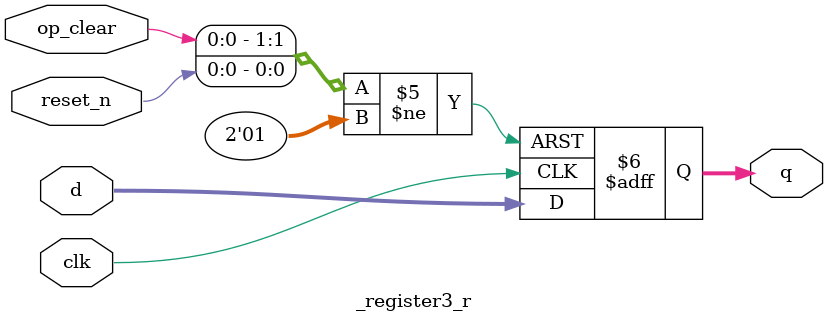
<source format=v>
module _register3_r(clk, reset_n, op_clear, d, q);   //d flip-flop 

	//input, output reg
	input clk, reset_n, op_clear;
	input [2:0] d;
	output reg [2:0] q; 
	
	//output q
	always@(posedge clk or negedge reset_n or posedge op_clear)
	begin
		if(reset_n == 0) q <= 3'b0;        //reset_n
		else if(op_clear == 1) q <= 3'b0;  //op_clear
		else q <= d;
	end
	
endmodule

</source>
